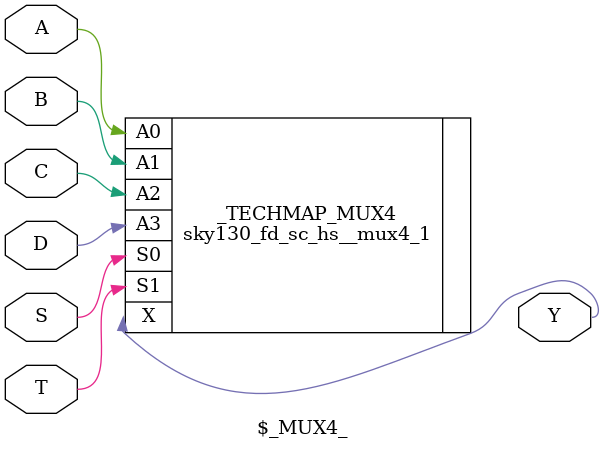
<source format=v>

module \$_MUX4_ (
    output Y,
    input A,
    input B,
    input C,
    input D,
    input S,
    input T
    );
  sky130_fd_sc_hs__mux4_1 _TECHMAP_MUX4 (
      .X(Y),
      .A0(A),
      .A1(B),
      .A2(C),
      .A3(D),
      .S0(S),
      .S1(T)
  );
endmodule
</source>
